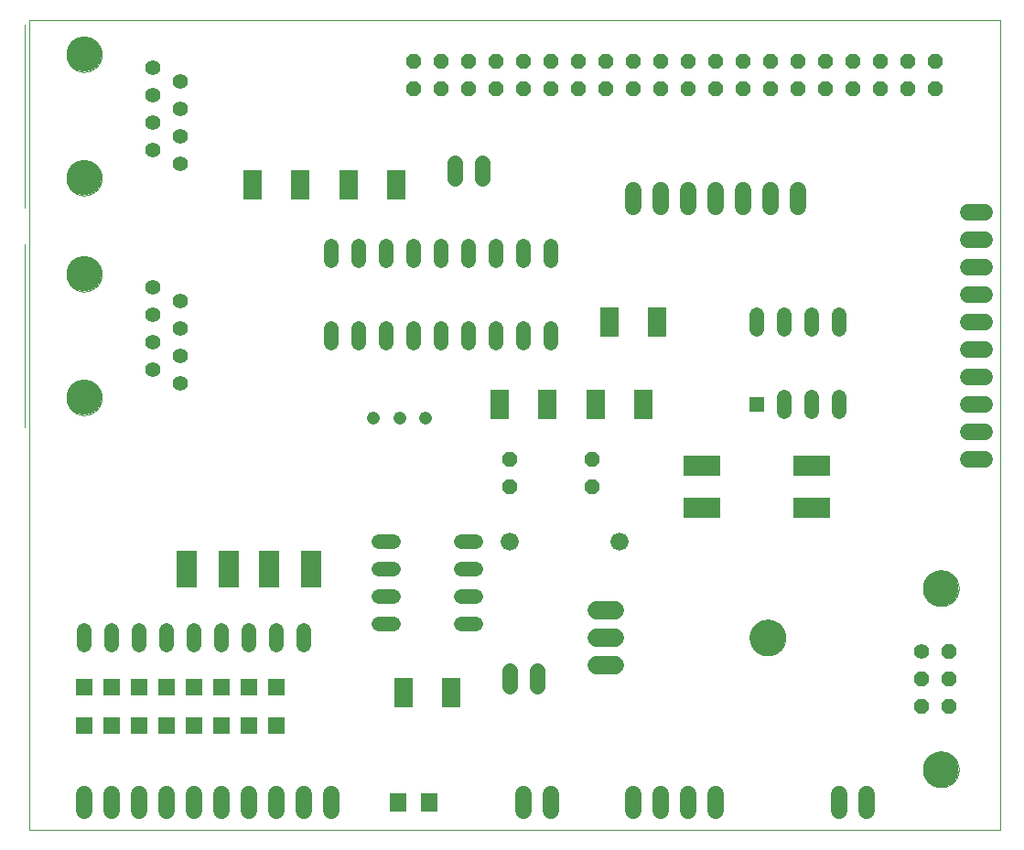
<source format=gts>
G75*
%MOIN*%
%OFA0B0*%
%FSLAX25Y25*%
%IPPOS*%
%LPD*%
%AMOC8*
5,1,8,0,0,1.08239X$1,22.5*
%
%ADD10C,0.00000*%
%ADD11R,0.07480X0.13386*%
%ADD12R,0.13386X0.07480*%
%ADD13C,0.00039*%
%ADD14C,0.05543*%
%ADD15C,0.12800*%
%ADD16C,0.05200*%
%ADD17C,0.05600*%
%ADD18R,0.07087X0.10630*%
%ADD19OC8,0.05600*%
%ADD20C,0.06600*%
%ADD21C,0.13000*%
%ADD22R,0.06299X0.07098*%
%ADD23C,0.04756*%
%ADD24R,0.05200X0.05200*%
%ADD25C,0.06000*%
%ADD26C,0.05600*%
%ADD27R,0.05906X0.05906*%
%ADD28C,0.06600*%
%ADD29OC8,0.05200*%
D10*
X0012038Y0001800D02*
X0365739Y0001800D01*
X0365739Y0296761D01*
X0365739Y0296800D02*
X0012038Y0296800D01*
X0012038Y0296761D02*
X0012038Y0001800D01*
X0025638Y0159300D02*
X0025640Y0159460D01*
X0025646Y0159619D01*
X0025656Y0159778D01*
X0025670Y0159937D01*
X0025688Y0160096D01*
X0025709Y0160254D01*
X0025735Y0160411D01*
X0025765Y0160568D01*
X0025798Y0160724D01*
X0025836Y0160879D01*
X0025877Y0161033D01*
X0025922Y0161186D01*
X0025971Y0161338D01*
X0026024Y0161489D01*
X0026080Y0161638D01*
X0026141Y0161786D01*
X0026204Y0161932D01*
X0026272Y0162077D01*
X0026343Y0162220D01*
X0026417Y0162361D01*
X0026495Y0162500D01*
X0026577Y0162637D01*
X0026662Y0162772D01*
X0026750Y0162905D01*
X0026842Y0163036D01*
X0026936Y0163164D01*
X0027034Y0163290D01*
X0027135Y0163414D01*
X0027239Y0163535D01*
X0027346Y0163653D01*
X0027456Y0163769D01*
X0027569Y0163882D01*
X0027685Y0163992D01*
X0027803Y0164099D01*
X0027924Y0164203D01*
X0028048Y0164304D01*
X0028174Y0164402D01*
X0028302Y0164496D01*
X0028433Y0164588D01*
X0028566Y0164676D01*
X0028701Y0164761D01*
X0028838Y0164843D01*
X0028977Y0164921D01*
X0029118Y0164995D01*
X0029261Y0165066D01*
X0029406Y0165134D01*
X0029552Y0165197D01*
X0029700Y0165258D01*
X0029849Y0165314D01*
X0030000Y0165367D01*
X0030152Y0165416D01*
X0030305Y0165461D01*
X0030459Y0165502D01*
X0030614Y0165540D01*
X0030770Y0165573D01*
X0030927Y0165603D01*
X0031084Y0165629D01*
X0031242Y0165650D01*
X0031401Y0165668D01*
X0031560Y0165682D01*
X0031719Y0165692D01*
X0031878Y0165698D01*
X0032038Y0165700D01*
X0032198Y0165698D01*
X0032357Y0165692D01*
X0032516Y0165682D01*
X0032675Y0165668D01*
X0032834Y0165650D01*
X0032992Y0165629D01*
X0033149Y0165603D01*
X0033306Y0165573D01*
X0033462Y0165540D01*
X0033617Y0165502D01*
X0033771Y0165461D01*
X0033924Y0165416D01*
X0034076Y0165367D01*
X0034227Y0165314D01*
X0034376Y0165258D01*
X0034524Y0165197D01*
X0034670Y0165134D01*
X0034815Y0165066D01*
X0034958Y0164995D01*
X0035099Y0164921D01*
X0035238Y0164843D01*
X0035375Y0164761D01*
X0035510Y0164676D01*
X0035643Y0164588D01*
X0035774Y0164496D01*
X0035902Y0164402D01*
X0036028Y0164304D01*
X0036152Y0164203D01*
X0036273Y0164099D01*
X0036391Y0163992D01*
X0036507Y0163882D01*
X0036620Y0163769D01*
X0036730Y0163653D01*
X0036837Y0163535D01*
X0036941Y0163414D01*
X0037042Y0163290D01*
X0037140Y0163164D01*
X0037234Y0163036D01*
X0037326Y0162905D01*
X0037414Y0162772D01*
X0037499Y0162637D01*
X0037581Y0162500D01*
X0037659Y0162361D01*
X0037733Y0162220D01*
X0037804Y0162077D01*
X0037872Y0161932D01*
X0037935Y0161786D01*
X0037996Y0161638D01*
X0038052Y0161489D01*
X0038105Y0161338D01*
X0038154Y0161186D01*
X0038199Y0161033D01*
X0038240Y0160879D01*
X0038278Y0160724D01*
X0038311Y0160568D01*
X0038341Y0160411D01*
X0038367Y0160254D01*
X0038388Y0160096D01*
X0038406Y0159937D01*
X0038420Y0159778D01*
X0038430Y0159619D01*
X0038436Y0159460D01*
X0038438Y0159300D01*
X0038436Y0159140D01*
X0038430Y0158981D01*
X0038420Y0158822D01*
X0038406Y0158663D01*
X0038388Y0158504D01*
X0038367Y0158346D01*
X0038341Y0158189D01*
X0038311Y0158032D01*
X0038278Y0157876D01*
X0038240Y0157721D01*
X0038199Y0157567D01*
X0038154Y0157414D01*
X0038105Y0157262D01*
X0038052Y0157111D01*
X0037996Y0156962D01*
X0037935Y0156814D01*
X0037872Y0156668D01*
X0037804Y0156523D01*
X0037733Y0156380D01*
X0037659Y0156239D01*
X0037581Y0156100D01*
X0037499Y0155963D01*
X0037414Y0155828D01*
X0037326Y0155695D01*
X0037234Y0155564D01*
X0037140Y0155436D01*
X0037042Y0155310D01*
X0036941Y0155186D01*
X0036837Y0155065D01*
X0036730Y0154947D01*
X0036620Y0154831D01*
X0036507Y0154718D01*
X0036391Y0154608D01*
X0036273Y0154501D01*
X0036152Y0154397D01*
X0036028Y0154296D01*
X0035902Y0154198D01*
X0035774Y0154104D01*
X0035643Y0154012D01*
X0035510Y0153924D01*
X0035375Y0153839D01*
X0035238Y0153757D01*
X0035099Y0153679D01*
X0034958Y0153605D01*
X0034815Y0153534D01*
X0034670Y0153466D01*
X0034524Y0153403D01*
X0034376Y0153342D01*
X0034227Y0153286D01*
X0034076Y0153233D01*
X0033924Y0153184D01*
X0033771Y0153139D01*
X0033617Y0153098D01*
X0033462Y0153060D01*
X0033306Y0153027D01*
X0033149Y0152997D01*
X0032992Y0152971D01*
X0032834Y0152950D01*
X0032675Y0152932D01*
X0032516Y0152918D01*
X0032357Y0152908D01*
X0032198Y0152902D01*
X0032038Y0152900D01*
X0031878Y0152902D01*
X0031719Y0152908D01*
X0031560Y0152918D01*
X0031401Y0152932D01*
X0031242Y0152950D01*
X0031084Y0152971D01*
X0030927Y0152997D01*
X0030770Y0153027D01*
X0030614Y0153060D01*
X0030459Y0153098D01*
X0030305Y0153139D01*
X0030152Y0153184D01*
X0030000Y0153233D01*
X0029849Y0153286D01*
X0029700Y0153342D01*
X0029552Y0153403D01*
X0029406Y0153466D01*
X0029261Y0153534D01*
X0029118Y0153605D01*
X0028977Y0153679D01*
X0028838Y0153757D01*
X0028701Y0153839D01*
X0028566Y0153924D01*
X0028433Y0154012D01*
X0028302Y0154104D01*
X0028174Y0154198D01*
X0028048Y0154296D01*
X0027924Y0154397D01*
X0027803Y0154501D01*
X0027685Y0154608D01*
X0027569Y0154718D01*
X0027456Y0154831D01*
X0027346Y0154947D01*
X0027239Y0155065D01*
X0027135Y0155186D01*
X0027034Y0155310D01*
X0026936Y0155436D01*
X0026842Y0155564D01*
X0026750Y0155695D01*
X0026662Y0155828D01*
X0026577Y0155963D01*
X0026495Y0156100D01*
X0026417Y0156239D01*
X0026343Y0156380D01*
X0026272Y0156523D01*
X0026204Y0156668D01*
X0026141Y0156814D01*
X0026080Y0156962D01*
X0026024Y0157111D01*
X0025971Y0157262D01*
X0025922Y0157414D01*
X0025877Y0157567D01*
X0025836Y0157721D01*
X0025798Y0157876D01*
X0025765Y0158032D01*
X0025735Y0158189D01*
X0025709Y0158346D01*
X0025688Y0158504D01*
X0025670Y0158663D01*
X0025656Y0158822D01*
X0025646Y0158981D01*
X0025640Y0159140D01*
X0025638Y0159300D01*
X0025638Y0204300D02*
X0025640Y0204460D01*
X0025646Y0204619D01*
X0025656Y0204778D01*
X0025670Y0204937D01*
X0025688Y0205096D01*
X0025709Y0205254D01*
X0025735Y0205411D01*
X0025765Y0205568D01*
X0025798Y0205724D01*
X0025836Y0205879D01*
X0025877Y0206033D01*
X0025922Y0206186D01*
X0025971Y0206338D01*
X0026024Y0206489D01*
X0026080Y0206638D01*
X0026141Y0206786D01*
X0026204Y0206932D01*
X0026272Y0207077D01*
X0026343Y0207220D01*
X0026417Y0207361D01*
X0026495Y0207500D01*
X0026577Y0207637D01*
X0026662Y0207772D01*
X0026750Y0207905D01*
X0026842Y0208036D01*
X0026936Y0208164D01*
X0027034Y0208290D01*
X0027135Y0208414D01*
X0027239Y0208535D01*
X0027346Y0208653D01*
X0027456Y0208769D01*
X0027569Y0208882D01*
X0027685Y0208992D01*
X0027803Y0209099D01*
X0027924Y0209203D01*
X0028048Y0209304D01*
X0028174Y0209402D01*
X0028302Y0209496D01*
X0028433Y0209588D01*
X0028566Y0209676D01*
X0028701Y0209761D01*
X0028838Y0209843D01*
X0028977Y0209921D01*
X0029118Y0209995D01*
X0029261Y0210066D01*
X0029406Y0210134D01*
X0029552Y0210197D01*
X0029700Y0210258D01*
X0029849Y0210314D01*
X0030000Y0210367D01*
X0030152Y0210416D01*
X0030305Y0210461D01*
X0030459Y0210502D01*
X0030614Y0210540D01*
X0030770Y0210573D01*
X0030927Y0210603D01*
X0031084Y0210629D01*
X0031242Y0210650D01*
X0031401Y0210668D01*
X0031560Y0210682D01*
X0031719Y0210692D01*
X0031878Y0210698D01*
X0032038Y0210700D01*
X0032198Y0210698D01*
X0032357Y0210692D01*
X0032516Y0210682D01*
X0032675Y0210668D01*
X0032834Y0210650D01*
X0032992Y0210629D01*
X0033149Y0210603D01*
X0033306Y0210573D01*
X0033462Y0210540D01*
X0033617Y0210502D01*
X0033771Y0210461D01*
X0033924Y0210416D01*
X0034076Y0210367D01*
X0034227Y0210314D01*
X0034376Y0210258D01*
X0034524Y0210197D01*
X0034670Y0210134D01*
X0034815Y0210066D01*
X0034958Y0209995D01*
X0035099Y0209921D01*
X0035238Y0209843D01*
X0035375Y0209761D01*
X0035510Y0209676D01*
X0035643Y0209588D01*
X0035774Y0209496D01*
X0035902Y0209402D01*
X0036028Y0209304D01*
X0036152Y0209203D01*
X0036273Y0209099D01*
X0036391Y0208992D01*
X0036507Y0208882D01*
X0036620Y0208769D01*
X0036730Y0208653D01*
X0036837Y0208535D01*
X0036941Y0208414D01*
X0037042Y0208290D01*
X0037140Y0208164D01*
X0037234Y0208036D01*
X0037326Y0207905D01*
X0037414Y0207772D01*
X0037499Y0207637D01*
X0037581Y0207500D01*
X0037659Y0207361D01*
X0037733Y0207220D01*
X0037804Y0207077D01*
X0037872Y0206932D01*
X0037935Y0206786D01*
X0037996Y0206638D01*
X0038052Y0206489D01*
X0038105Y0206338D01*
X0038154Y0206186D01*
X0038199Y0206033D01*
X0038240Y0205879D01*
X0038278Y0205724D01*
X0038311Y0205568D01*
X0038341Y0205411D01*
X0038367Y0205254D01*
X0038388Y0205096D01*
X0038406Y0204937D01*
X0038420Y0204778D01*
X0038430Y0204619D01*
X0038436Y0204460D01*
X0038438Y0204300D01*
X0038436Y0204140D01*
X0038430Y0203981D01*
X0038420Y0203822D01*
X0038406Y0203663D01*
X0038388Y0203504D01*
X0038367Y0203346D01*
X0038341Y0203189D01*
X0038311Y0203032D01*
X0038278Y0202876D01*
X0038240Y0202721D01*
X0038199Y0202567D01*
X0038154Y0202414D01*
X0038105Y0202262D01*
X0038052Y0202111D01*
X0037996Y0201962D01*
X0037935Y0201814D01*
X0037872Y0201668D01*
X0037804Y0201523D01*
X0037733Y0201380D01*
X0037659Y0201239D01*
X0037581Y0201100D01*
X0037499Y0200963D01*
X0037414Y0200828D01*
X0037326Y0200695D01*
X0037234Y0200564D01*
X0037140Y0200436D01*
X0037042Y0200310D01*
X0036941Y0200186D01*
X0036837Y0200065D01*
X0036730Y0199947D01*
X0036620Y0199831D01*
X0036507Y0199718D01*
X0036391Y0199608D01*
X0036273Y0199501D01*
X0036152Y0199397D01*
X0036028Y0199296D01*
X0035902Y0199198D01*
X0035774Y0199104D01*
X0035643Y0199012D01*
X0035510Y0198924D01*
X0035375Y0198839D01*
X0035238Y0198757D01*
X0035099Y0198679D01*
X0034958Y0198605D01*
X0034815Y0198534D01*
X0034670Y0198466D01*
X0034524Y0198403D01*
X0034376Y0198342D01*
X0034227Y0198286D01*
X0034076Y0198233D01*
X0033924Y0198184D01*
X0033771Y0198139D01*
X0033617Y0198098D01*
X0033462Y0198060D01*
X0033306Y0198027D01*
X0033149Y0197997D01*
X0032992Y0197971D01*
X0032834Y0197950D01*
X0032675Y0197932D01*
X0032516Y0197918D01*
X0032357Y0197908D01*
X0032198Y0197902D01*
X0032038Y0197900D01*
X0031878Y0197902D01*
X0031719Y0197908D01*
X0031560Y0197918D01*
X0031401Y0197932D01*
X0031242Y0197950D01*
X0031084Y0197971D01*
X0030927Y0197997D01*
X0030770Y0198027D01*
X0030614Y0198060D01*
X0030459Y0198098D01*
X0030305Y0198139D01*
X0030152Y0198184D01*
X0030000Y0198233D01*
X0029849Y0198286D01*
X0029700Y0198342D01*
X0029552Y0198403D01*
X0029406Y0198466D01*
X0029261Y0198534D01*
X0029118Y0198605D01*
X0028977Y0198679D01*
X0028838Y0198757D01*
X0028701Y0198839D01*
X0028566Y0198924D01*
X0028433Y0199012D01*
X0028302Y0199104D01*
X0028174Y0199198D01*
X0028048Y0199296D01*
X0027924Y0199397D01*
X0027803Y0199501D01*
X0027685Y0199608D01*
X0027569Y0199718D01*
X0027456Y0199831D01*
X0027346Y0199947D01*
X0027239Y0200065D01*
X0027135Y0200186D01*
X0027034Y0200310D01*
X0026936Y0200436D01*
X0026842Y0200564D01*
X0026750Y0200695D01*
X0026662Y0200828D01*
X0026577Y0200963D01*
X0026495Y0201100D01*
X0026417Y0201239D01*
X0026343Y0201380D01*
X0026272Y0201523D01*
X0026204Y0201668D01*
X0026141Y0201814D01*
X0026080Y0201962D01*
X0026024Y0202111D01*
X0025971Y0202262D01*
X0025922Y0202414D01*
X0025877Y0202567D01*
X0025836Y0202721D01*
X0025798Y0202876D01*
X0025765Y0203032D01*
X0025735Y0203189D01*
X0025709Y0203346D01*
X0025688Y0203504D01*
X0025670Y0203663D01*
X0025656Y0203822D01*
X0025646Y0203981D01*
X0025640Y0204140D01*
X0025638Y0204300D01*
X0025638Y0239300D02*
X0025640Y0239460D01*
X0025646Y0239619D01*
X0025656Y0239778D01*
X0025670Y0239937D01*
X0025688Y0240096D01*
X0025709Y0240254D01*
X0025735Y0240411D01*
X0025765Y0240568D01*
X0025798Y0240724D01*
X0025836Y0240879D01*
X0025877Y0241033D01*
X0025922Y0241186D01*
X0025971Y0241338D01*
X0026024Y0241489D01*
X0026080Y0241638D01*
X0026141Y0241786D01*
X0026204Y0241932D01*
X0026272Y0242077D01*
X0026343Y0242220D01*
X0026417Y0242361D01*
X0026495Y0242500D01*
X0026577Y0242637D01*
X0026662Y0242772D01*
X0026750Y0242905D01*
X0026842Y0243036D01*
X0026936Y0243164D01*
X0027034Y0243290D01*
X0027135Y0243414D01*
X0027239Y0243535D01*
X0027346Y0243653D01*
X0027456Y0243769D01*
X0027569Y0243882D01*
X0027685Y0243992D01*
X0027803Y0244099D01*
X0027924Y0244203D01*
X0028048Y0244304D01*
X0028174Y0244402D01*
X0028302Y0244496D01*
X0028433Y0244588D01*
X0028566Y0244676D01*
X0028701Y0244761D01*
X0028838Y0244843D01*
X0028977Y0244921D01*
X0029118Y0244995D01*
X0029261Y0245066D01*
X0029406Y0245134D01*
X0029552Y0245197D01*
X0029700Y0245258D01*
X0029849Y0245314D01*
X0030000Y0245367D01*
X0030152Y0245416D01*
X0030305Y0245461D01*
X0030459Y0245502D01*
X0030614Y0245540D01*
X0030770Y0245573D01*
X0030927Y0245603D01*
X0031084Y0245629D01*
X0031242Y0245650D01*
X0031401Y0245668D01*
X0031560Y0245682D01*
X0031719Y0245692D01*
X0031878Y0245698D01*
X0032038Y0245700D01*
X0032198Y0245698D01*
X0032357Y0245692D01*
X0032516Y0245682D01*
X0032675Y0245668D01*
X0032834Y0245650D01*
X0032992Y0245629D01*
X0033149Y0245603D01*
X0033306Y0245573D01*
X0033462Y0245540D01*
X0033617Y0245502D01*
X0033771Y0245461D01*
X0033924Y0245416D01*
X0034076Y0245367D01*
X0034227Y0245314D01*
X0034376Y0245258D01*
X0034524Y0245197D01*
X0034670Y0245134D01*
X0034815Y0245066D01*
X0034958Y0244995D01*
X0035099Y0244921D01*
X0035238Y0244843D01*
X0035375Y0244761D01*
X0035510Y0244676D01*
X0035643Y0244588D01*
X0035774Y0244496D01*
X0035902Y0244402D01*
X0036028Y0244304D01*
X0036152Y0244203D01*
X0036273Y0244099D01*
X0036391Y0243992D01*
X0036507Y0243882D01*
X0036620Y0243769D01*
X0036730Y0243653D01*
X0036837Y0243535D01*
X0036941Y0243414D01*
X0037042Y0243290D01*
X0037140Y0243164D01*
X0037234Y0243036D01*
X0037326Y0242905D01*
X0037414Y0242772D01*
X0037499Y0242637D01*
X0037581Y0242500D01*
X0037659Y0242361D01*
X0037733Y0242220D01*
X0037804Y0242077D01*
X0037872Y0241932D01*
X0037935Y0241786D01*
X0037996Y0241638D01*
X0038052Y0241489D01*
X0038105Y0241338D01*
X0038154Y0241186D01*
X0038199Y0241033D01*
X0038240Y0240879D01*
X0038278Y0240724D01*
X0038311Y0240568D01*
X0038341Y0240411D01*
X0038367Y0240254D01*
X0038388Y0240096D01*
X0038406Y0239937D01*
X0038420Y0239778D01*
X0038430Y0239619D01*
X0038436Y0239460D01*
X0038438Y0239300D01*
X0038436Y0239140D01*
X0038430Y0238981D01*
X0038420Y0238822D01*
X0038406Y0238663D01*
X0038388Y0238504D01*
X0038367Y0238346D01*
X0038341Y0238189D01*
X0038311Y0238032D01*
X0038278Y0237876D01*
X0038240Y0237721D01*
X0038199Y0237567D01*
X0038154Y0237414D01*
X0038105Y0237262D01*
X0038052Y0237111D01*
X0037996Y0236962D01*
X0037935Y0236814D01*
X0037872Y0236668D01*
X0037804Y0236523D01*
X0037733Y0236380D01*
X0037659Y0236239D01*
X0037581Y0236100D01*
X0037499Y0235963D01*
X0037414Y0235828D01*
X0037326Y0235695D01*
X0037234Y0235564D01*
X0037140Y0235436D01*
X0037042Y0235310D01*
X0036941Y0235186D01*
X0036837Y0235065D01*
X0036730Y0234947D01*
X0036620Y0234831D01*
X0036507Y0234718D01*
X0036391Y0234608D01*
X0036273Y0234501D01*
X0036152Y0234397D01*
X0036028Y0234296D01*
X0035902Y0234198D01*
X0035774Y0234104D01*
X0035643Y0234012D01*
X0035510Y0233924D01*
X0035375Y0233839D01*
X0035238Y0233757D01*
X0035099Y0233679D01*
X0034958Y0233605D01*
X0034815Y0233534D01*
X0034670Y0233466D01*
X0034524Y0233403D01*
X0034376Y0233342D01*
X0034227Y0233286D01*
X0034076Y0233233D01*
X0033924Y0233184D01*
X0033771Y0233139D01*
X0033617Y0233098D01*
X0033462Y0233060D01*
X0033306Y0233027D01*
X0033149Y0232997D01*
X0032992Y0232971D01*
X0032834Y0232950D01*
X0032675Y0232932D01*
X0032516Y0232918D01*
X0032357Y0232908D01*
X0032198Y0232902D01*
X0032038Y0232900D01*
X0031878Y0232902D01*
X0031719Y0232908D01*
X0031560Y0232918D01*
X0031401Y0232932D01*
X0031242Y0232950D01*
X0031084Y0232971D01*
X0030927Y0232997D01*
X0030770Y0233027D01*
X0030614Y0233060D01*
X0030459Y0233098D01*
X0030305Y0233139D01*
X0030152Y0233184D01*
X0030000Y0233233D01*
X0029849Y0233286D01*
X0029700Y0233342D01*
X0029552Y0233403D01*
X0029406Y0233466D01*
X0029261Y0233534D01*
X0029118Y0233605D01*
X0028977Y0233679D01*
X0028838Y0233757D01*
X0028701Y0233839D01*
X0028566Y0233924D01*
X0028433Y0234012D01*
X0028302Y0234104D01*
X0028174Y0234198D01*
X0028048Y0234296D01*
X0027924Y0234397D01*
X0027803Y0234501D01*
X0027685Y0234608D01*
X0027569Y0234718D01*
X0027456Y0234831D01*
X0027346Y0234947D01*
X0027239Y0235065D01*
X0027135Y0235186D01*
X0027034Y0235310D01*
X0026936Y0235436D01*
X0026842Y0235564D01*
X0026750Y0235695D01*
X0026662Y0235828D01*
X0026577Y0235963D01*
X0026495Y0236100D01*
X0026417Y0236239D01*
X0026343Y0236380D01*
X0026272Y0236523D01*
X0026204Y0236668D01*
X0026141Y0236814D01*
X0026080Y0236962D01*
X0026024Y0237111D01*
X0025971Y0237262D01*
X0025922Y0237414D01*
X0025877Y0237567D01*
X0025836Y0237721D01*
X0025798Y0237876D01*
X0025765Y0238032D01*
X0025735Y0238189D01*
X0025709Y0238346D01*
X0025688Y0238504D01*
X0025670Y0238663D01*
X0025656Y0238822D01*
X0025646Y0238981D01*
X0025640Y0239140D01*
X0025638Y0239300D01*
X0025638Y0284300D02*
X0025640Y0284460D01*
X0025646Y0284619D01*
X0025656Y0284778D01*
X0025670Y0284937D01*
X0025688Y0285096D01*
X0025709Y0285254D01*
X0025735Y0285411D01*
X0025765Y0285568D01*
X0025798Y0285724D01*
X0025836Y0285879D01*
X0025877Y0286033D01*
X0025922Y0286186D01*
X0025971Y0286338D01*
X0026024Y0286489D01*
X0026080Y0286638D01*
X0026141Y0286786D01*
X0026204Y0286932D01*
X0026272Y0287077D01*
X0026343Y0287220D01*
X0026417Y0287361D01*
X0026495Y0287500D01*
X0026577Y0287637D01*
X0026662Y0287772D01*
X0026750Y0287905D01*
X0026842Y0288036D01*
X0026936Y0288164D01*
X0027034Y0288290D01*
X0027135Y0288414D01*
X0027239Y0288535D01*
X0027346Y0288653D01*
X0027456Y0288769D01*
X0027569Y0288882D01*
X0027685Y0288992D01*
X0027803Y0289099D01*
X0027924Y0289203D01*
X0028048Y0289304D01*
X0028174Y0289402D01*
X0028302Y0289496D01*
X0028433Y0289588D01*
X0028566Y0289676D01*
X0028701Y0289761D01*
X0028838Y0289843D01*
X0028977Y0289921D01*
X0029118Y0289995D01*
X0029261Y0290066D01*
X0029406Y0290134D01*
X0029552Y0290197D01*
X0029700Y0290258D01*
X0029849Y0290314D01*
X0030000Y0290367D01*
X0030152Y0290416D01*
X0030305Y0290461D01*
X0030459Y0290502D01*
X0030614Y0290540D01*
X0030770Y0290573D01*
X0030927Y0290603D01*
X0031084Y0290629D01*
X0031242Y0290650D01*
X0031401Y0290668D01*
X0031560Y0290682D01*
X0031719Y0290692D01*
X0031878Y0290698D01*
X0032038Y0290700D01*
X0032198Y0290698D01*
X0032357Y0290692D01*
X0032516Y0290682D01*
X0032675Y0290668D01*
X0032834Y0290650D01*
X0032992Y0290629D01*
X0033149Y0290603D01*
X0033306Y0290573D01*
X0033462Y0290540D01*
X0033617Y0290502D01*
X0033771Y0290461D01*
X0033924Y0290416D01*
X0034076Y0290367D01*
X0034227Y0290314D01*
X0034376Y0290258D01*
X0034524Y0290197D01*
X0034670Y0290134D01*
X0034815Y0290066D01*
X0034958Y0289995D01*
X0035099Y0289921D01*
X0035238Y0289843D01*
X0035375Y0289761D01*
X0035510Y0289676D01*
X0035643Y0289588D01*
X0035774Y0289496D01*
X0035902Y0289402D01*
X0036028Y0289304D01*
X0036152Y0289203D01*
X0036273Y0289099D01*
X0036391Y0288992D01*
X0036507Y0288882D01*
X0036620Y0288769D01*
X0036730Y0288653D01*
X0036837Y0288535D01*
X0036941Y0288414D01*
X0037042Y0288290D01*
X0037140Y0288164D01*
X0037234Y0288036D01*
X0037326Y0287905D01*
X0037414Y0287772D01*
X0037499Y0287637D01*
X0037581Y0287500D01*
X0037659Y0287361D01*
X0037733Y0287220D01*
X0037804Y0287077D01*
X0037872Y0286932D01*
X0037935Y0286786D01*
X0037996Y0286638D01*
X0038052Y0286489D01*
X0038105Y0286338D01*
X0038154Y0286186D01*
X0038199Y0286033D01*
X0038240Y0285879D01*
X0038278Y0285724D01*
X0038311Y0285568D01*
X0038341Y0285411D01*
X0038367Y0285254D01*
X0038388Y0285096D01*
X0038406Y0284937D01*
X0038420Y0284778D01*
X0038430Y0284619D01*
X0038436Y0284460D01*
X0038438Y0284300D01*
X0038436Y0284140D01*
X0038430Y0283981D01*
X0038420Y0283822D01*
X0038406Y0283663D01*
X0038388Y0283504D01*
X0038367Y0283346D01*
X0038341Y0283189D01*
X0038311Y0283032D01*
X0038278Y0282876D01*
X0038240Y0282721D01*
X0038199Y0282567D01*
X0038154Y0282414D01*
X0038105Y0282262D01*
X0038052Y0282111D01*
X0037996Y0281962D01*
X0037935Y0281814D01*
X0037872Y0281668D01*
X0037804Y0281523D01*
X0037733Y0281380D01*
X0037659Y0281239D01*
X0037581Y0281100D01*
X0037499Y0280963D01*
X0037414Y0280828D01*
X0037326Y0280695D01*
X0037234Y0280564D01*
X0037140Y0280436D01*
X0037042Y0280310D01*
X0036941Y0280186D01*
X0036837Y0280065D01*
X0036730Y0279947D01*
X0036620Y0279831D01*
X0036507Y0279718D01*
X0036391Y0279608D01*
X0036273Y0279501D01*
X0036152Y0279397D01*
X0036028Y0279296D01*
X0035902Y0279198D01*
X0035774Y0279104D01*
X0035643Y0279012D01*
X0035510Y0278924D01*
X0035375Y0278839D01*
X0035238Y0278757D01*
X0035099Y0278679D01*
X0034958Y0278605D01*
X0034815Y0278534D01*
X0034670Y0278466D01*
X0034524Y0278403D01*
X0034376Y0278342D01*
X0034227Y0278286D01*
X0034076Y0278233D01*
X0033924Y0278184D01*
X0033771Y0278139D01*
X0033617Y0278098D01*
X0033462Y0278060D01*
X0033306Y0278027D01*
X0033149Y0277997D01*
X0032992Y0277971D01*
X0032834Y0277950D01*
X0032675Y0277932D01*
X0032516Y0277918D01*
X0032357Y0277908D01*
X0032198Y0277902D01*
X0032038Y0277900D01*
X0031878Y0277902D01*
X0031719Y0277908D01*
X0031560Y0277918D01*
X0031401Y0277932D01*
X0031242Y0277950D01*
X0031084Y0277971D01*
X0030927Y0277997D01*
X0030770Y0278027D01*
X0030614Y0278060D01*
X0030459Y0278098D01*
X0030305Y0278139D01*
X0030152Y0278184D01*
X0030000Y0278233D01*
X0029849Y0278286D01*
X0029700Y0278342D01*
X0029552Y0278403D01*
X0029406Y0278466D01*
X0029261Y0278534D01*
X0029118Y0278605D01*
X0028977Y0278679D01*
X0028838Y0278757D01*
X0028701Y0278839D01*
X0028566Y0278924D01*
X0028433Y0279012D01*
X0028302Y0279104D01*
X0028174Y0279198D01*
X0028048Y0279296D01*
X0027924Y0279397D01*
X0027803Y0279501D01*
X0027685Y0279608D01*
X0027569Y0279718D01*
X0027456Y0279831D01*
X0027346Y0279947D01*
X0027239Y0280065D01*
X0027135Y0280186D01*
X0027034Y0280310D01*
X0026936Y0280436D01*
X0026842Y0280564D01*
X0026750Y0280695D01*
X0026662Y0280828D01*
X0026577Y0280963D01*
X0026495Y0281100D01*
X0026417Y0281239D01*
X0026343Y0281380D01*
X0026272Y0281523D01*
X0026204Y0281668D01*
X0026141Y0281814D01*
X0026080Y0281962D01*
X0026024Y0282111D01*
X0025971Y0282262D01*
X0025922Y0282414D01*
X0025877Y0282567D01*
X0025836Y0282721D01*
X0025798Y0282876D01*
X0025765Y0283032D01*
X0025735Y0283189D01*
X0025709Y0283346D01*
X0025688Y0283504D01*
X0025670Y0283663D01*
X0025656Y0283822D01*
X0025646Y0283981D01*
X0025640Y0284140D01*
X0025638Y0284300D01*
X0274538Y0071800D02*
X0274540Y0071961D01*
X0274546Y0072121D01*
X0274556Y0072282D01*
X0274570Y0072442D01*
X0274588Y0072602D01*
X0274609Y0072761D01*
X0274635Y0072920D01*
X0274665Y0073078D01*
X0274698Y0073235D01*
X0274736Y0073392D01*
X0274777Y0073547D01*
X0274822Y0073701D01*
X0274871Y0073854D01*
X0274924Y0074006D01*
X0274980Y0074157D01*
X0275041Y0074306D01*
X0275104Y0074454D01*
X0275172Y0074600D01*
X0275243Y0074744D01*
X0275317Y0074886D01*
X0275395Y0075027D01*
X0275477Y0075165D01*
X0275562Y0075302D01*
X0275650Y0075436D01*
X0275742Y0075568D01*
X0275837Y0075698D01*
X0275935Y0075826D01*
X0276036Y0075951D01*
X0276140Y0076073D01*
X0276247Y0076193D01*
X0276357Y0076310D01*
X0276470Y0076425D01*
X0276586Y0076536D01*
X0276705Y0076645D01*
X0276826Y0076750D01*
X0276950Y0076853D01*
X0277076Y0076953D01*
X0277204Y0077049D01*
X0277335Y0077142D01*
X0277469Y0077232D01*
X0277604Y0077319D01*
X0277742Y0077402D01*
X0277881Y0077482D01*
X0278023Y0077558D01*
X0278166Y0077631D01*
X0278311Y0077700D01*
X0278458Y0077766D01*
X0278606Y0077828D01*
X0278756Y0077886D01*
X0278907Y0077941D01*
X0279060Y0077992D01*
X0279214Y0078039D01*
X0279369Y0078082D01*
X0279525Y0078121D01*
X0279681Y0078157D01*
X0279839Y0078188D01*
X0279997Y0078216D01*
X0280156Y0078240D01*
X0280316Y0078260D01*
X0280476Y0078276D01*
X0280636Y0078288D01*
X0280797Y0078296D01*
X0280958Y0078300D01*
X0281118Y0078300D01*
X0281279Y0078296D01*
X0281440Y0078288D01*
X0281600Y0078276D01*
X0281760Y0078260D01*
X0281920Y0078240D01*
X0282079Y0078216D01*
X0282237Y0078188D01*
X0282395Y0078157D01*
X0282551Y0078121D01*
X0282707Y0078082D01*
X0282862Y0078039D01*
X0283016Y0077992D01*
X0283169Y0077941D01*
X0283320Y0077886D01*
X0283470Y0077828D01*
X0283618Y0077766D01*
X0283765Y0077700D01*
X0283910Y0077631D01*
X0284053Y0077558D01*
X0284195Y0077482D01*
X0284334Y0077402D01*
X0284472Y0077319D01*
X0284607Y0077232D01*
X0284741Y0077142D01*
X0284872Y0077049D01*
X0285000Y0076953D01*
X0285126Y0076853D01*
X0285250Y0076750D01*
X0285371Y0076645D01*
X0285490Y0076536D01*
X0285606Y0076425D01*
X0285719Y0076310D01*
X0285829Y0076193D01*
X0285936Y0076073D01*
X0286040Y0075951D01*
X0286141Y0075826D01*
X0286239Y0075698D01*
X0286334Y0075568D01*
X0286426Y0075436D01*
X0286514Y0075302D01*
X0286599Y0075165D01*
X0286681Y0075027D01*
X0286759Y0074886D01*
X0286833Y0074744D01*
X0286904Y0074600D01*
X0286972Y0074454D01*
X0287035Y0074306D01*
X0287096Y0074157D01*
X0287152Y0074006D01*
X0287205Y0073854D01*
X0287254Y0073701D01*
X0287299Y0073547D01*
X0287340Y0073392D01*
X0287378Y0073235D01*
X0287411Y0073078D01*
X0287441Y0072920D01*
X0287467Y0072761D01*
X0287488Y0072602D01*
X0287506Y0072442D01*
X0287520Y0072282D01*
X0287530Y0072121D01*
X0287536Y0071961D01*
X0287538Y0071800D01*
X0287536Y0071639D01*
X0287530Y0071479D01*
X0287520Y0071318D01*
X0287506Y0071158D01*
X0287488Y0070998D01*
X0287467Y0070839D01*
X0287441Y0070680D01*
X0287411Y0070522D01*
X0287378Y0070365D01*
X0287340Y0070208D01*
X0287299Y0070053D01*
X0287254Y0069899D01*
X0287205Y0069746D01*
X0287152Y0069594D01*
X0287096Y0069443D01*
X0287035Y0069294D01*
X0286972Y0069146D01*
X0286904Y0069000D01*
X0286833Y0068856D01*
X0286759Y0068714D01*
X0286681Y0068573D01*
X0286599Y0068435D01*
X0286514Y0068298D01*
X0286426Y0068164D01*
X0286334Y0068032D01*
X0286239Y0067902D01*
X0286141Y0067774D01*
X0286040Y0067649D01*
X0285936Y0067527D01*
X0285829Y0067407D01*
X0285719Y0067290D01*
X0285606Y0067175D01*
X0285490Y0067064D01*
X0285371Y0066955D01*
X0285250Y0066850D01*
X0285126Y0066747D01*
X0285000Y0066647D01*
X0284872Y0066551D01*
X0284741Y0066458D01*
X0284607Y0066368D01*
X0284472Y0066281D01*
X0284334Y0066198D01*
X0284195Y0066118D01*
X0284053Y0066042D01*
X0283910Y0065969D01*
X0283765Y0065900D01*
X0283618Y0065834D01*
X0283470Y0065772D01*
X0283320Y0065714D01*
X0283169Y0065659D01*
X0283016Y0065608D01*
X0282862Y0065561D01*
X0282707Y0065518D01*
X0282551Y0065479D01*
X0282395Y0065443D01*
X0282237Y0065412D01*
X0282079Y0065384D01*
X0281920Y0065360D01*
X0281760Y0065340D01*
X0281600Y0065324D01*
X0281440Y0065312D01*
X0281279Y0065304D01*
X0281118Y0065300D01*
X0280958Y0065300D01*
X0280797Y0065304D01*
X0280636Y0065312D01*
X0280476Y0065324D01*
X0280316Y0065340D01*
X0280156Y0065360D01*
X0279997Y0065384D01*
X0279839Y0065412D01*
X0279681Y0065443D01*
X0279525Y0065479D01*
X0279369Y0065518D01*
X0279214Y0065561D01*
X0279060Y0065608D01*
X0278907Y0065659D01*
X0278756Y0065714D01*
X0278606Y0065772D01*
X0278458Y0065834D01*
X0278311Y0065900D01*
X0278166Y0065969D01*
X0278023Y0066042D01*
X0277881Y0066118D01*
X0277742Y0066198D01*
X0277604Y0066281D01*
X0277469Y0066368D01*
X0277335Y0066458D01*
X0277204Y0066551D01*
X0277076Y0066647D01*
X0276950Y0066747D01*
X0276826Y0066850D01*
X0276705Y0066955D01*
X0276586Y0067064D01*
X0276470Y0067175D01*
X0276357Y0067290D01*
X0276247Y0067407D01*
X0276140Y0067527D01*
X0276036Y0067649D01*
X0275935Y0067774D01*
X0275837Y0067902D01*
X0275742Y0068032D01*
X0275650Y0068164D01*
X0275562Y0068298D01*
X0275477Y0068435D01*
X0275395Y0068573D01*
X0275317Y0068714D01*
X0275243Y0068856D01*
X0275172Y0069000D01*
X0275104Y0069146D01*
X0275041Y0069294D01*
X0274980Y0069443D01*
X0274924Y0069594D01*
X0274871Y0069746D01*
X0274822Y0069899D01*
X0274777Y0070053D01*
X0274736Y0070208D01*
X0274698Y0070365D01*
X0274665Y0070522D01*
X0274635Y0070680D01*
X0274609Y0070839D01*
X0274588Y0070998D01*
X0274570Y0071158D01*
X0274556Y0071318D01*
X0274546Y0071479D01*
X0274540Y0071639D01*
X0274538Y0071800D01*
X0337638Y0089800D02*
X0337640Y0089961D01*
X0337646Y0090121D01*
X0337656Y0090282D01*
X0337670Y0090442D01*
X0337688Y0090602D01*
X0337709Y0090761D01*
X0337735Y0090920D01*
X0337765Y0091078D01*
X0337798Y0091235D01*
X0337836Y0091392D01*
X0337877Y0091547D01*
X0337922Y0091701D01*
X0337971Y0091854D01*
X0338024Y0092006D01*
X0338080Y0092157D01*
X0338141Y0092306D01*
X0338204Y0092454D01*
X0338272Y0092600D01*
X0338343Y0092744D01*
X0338417Y0092886D01*
X0338495Y0093027D01*
X0338577Y0093165D01*
X0338662Y0093302D01*
X0338750Y0093436D01*
X0338842Y0093568D01*
X0338937Y0093698D01*
X0339035Y0093826D01*
X0339136Y0093951D01*
X0339240Y0094073D01*
X0339347Y0094193D01*
X0339457Y0094310D01*
X0339570Y0094425D01*
X0339686Y0094536D01*
X0339805Y0094645D01*
X0339926Y0094750D01*
X0340050Y0094853D01*
X0340176Y0094953D01*
X0340304Y0095049D01*
X0340435Y0095142D01*
X0340569Y0095232D01*
X0340704Y0095319D01*
X0340842Y0095402D01*
X0340981Y0095482D01*
X0341123Y0095558D01*
X0341266Y0095631D01*
X0341411Y0095700D01*
X0341558Y0095766D01*
X0341706Y0095828D01*
X0341856Y0095886D01*
X0342007Y0095941D01*
X0342160Y0095992D01*
X0342314Y0096039D01*
X0342469Y0096082D01*
X0342625Y0096121D01*
X0342781Y0096157D01*
X0342939Y0096188D01*
X0343097Y0096216D01*
X0343256Y0096240D01*
X0343416Y0096260D01*
X0343576Y0096276D01*
X0343736Y0096288D01*
X0343897Y0096296D01*
X0344058Y0096300D01*
X0344218Y0096300D01*
X0344379Y0096296D01*
X0344540Y0096288D01*
X0344700Y0096276D01*
X0344860Y0096260D01*
X0345020Y0096240D01*
X0345179Y0096216D01*
X0345337Y0096188D01*
X0345495Y0096157D01*
X0345651Y0096121D01*
X0345807Y0096082D01*
X0345962Y0096039D01*
X0346116Y0095992D01*
X0346269Y0095941D01*
X0346420Y0095886D01*
X0346570Y0095828D01*
X0346718Y0095766D01*
X0346865Y0095700D01*
X0347010Y0095631D01*
X0347153Y0095558D01*
X0347295Y0095482D01*
X0347434Y0095402D01*
X0347572Y0095319D01*
X0347707Y0095232D01*
X0347841Y0095142D01*
X0347972Y0095049D01*
X0348100Y0094953D01*
X0348226Y0094853D01*
X0348350Y0094750D01*
X0348471Y0094645D01*
X0348590Y0094536D01*
X0348706Y0094425D01*
X0348819Y0094310D01*
X0348929Y0094193D01*
X0349036Y0094073D01*
X0349140Y0093951D01*
X0349241Y0093826D01*
X0349339Y0093698D01*
X0349434Y0093568D01*
X0349526Y0093436D01*
X0349614Y0093302D01*
X0349699Y0093165D01*
X0349781Y0093027D01*
X0349859Y0092886D01*
X0349933Y0092744D01*
X0350004Y0092600D01*
X0350072Y0092454D01*
X0350135Y0092306D01*
X0350196Y0092157D01*
X0350252Y0092006D01*
X0350305Y0091854D01*
X0350354Y0091701D01*
X0350399Y0091547D01*
X0350440Y0091392D01*
X0350478Y0091235D01*
X0350511Y0091078D01*
X0350541Y0090920D01*
X0350567Y0090761D01*
X0350588Y0090602D01*
X0350606Y0090442D01*
X0350620Y0090282D01*
X0350630Y0090121D01*
X0350636Y0089961D01*
X0350638Y0089800D01*
X0350636Y0089639D01*
X0350630Y0089479D01*
X0350620Y0089318D01*
X0350606Y0089158D01*
X0350588Y0088998D01*
X0350567Y0088839D01*
X0350541Y0088680D01*
X0350511Y0088522D01*
X0350478Y0088365D01*
X0350440Y0088208D01*
X0350399Y0088053D01*
X0350354Y0087899D01*
X0350305Y0087746D01*
X0350252Y0087594D01*
X0350196Y0087443D01*
X0350135Y0087294D01*
X0350072Y0087146D01*
X0350004Y0087000D01*
X0349933Y0086856D01*
X0349859Y0086714D01*
X0349781Y0086573D01*
X0349699Y0086435D01*
X0349614Y0086298D01*
X0349526Y0086164D01*
X0349434Y0086032D01*
X0349339Y0085902D01*
X0349241Y0085774D01*
X0349140Y0085649D01*
X0349036Y0085527D01*
X0348929Y0085407D01*
X0348819Y0085290D01*
X0348706Y0085175D01*
X0348590Y0085064D01*
X0348471Y0084955D01*
X0348350Y0084850D01*
X0348226Y0084747D01*
X0348100Y0084647D01*
X0347972Y0084551D01*
X0347841Y0084458D01*
X0347707Y0084368D01*
X0347572Y0084281D01*
X0347434Y0084198D01*
X0347295Y0084118D01*
X0347153Y0084042D01*
X0347010Y0083969D01*
X0346865Y0083900D01*
X0346718Y0083834D01*
X0346570Y0083772D01*
X0346420Y0083714D01*
X0346269Y0083659D01*
X0346116Y0083608D01*
X0345962Y0083561D01*
X0345807Y0083518D01*
X0345651Y0083479D01*
X0345495Y0083443D01*
X0345337Y0083412D01*
X0345179Y0083384D01*
X0345020Y0083360D01*
X0344860Y0083340D01*
X0344700Y0083324D01*
X0344540Y0083312D01*
X0344379Y0083304D01*
X0344218Y0083300D01*
X0344058Y0083300D01*
X0343897Y0083304D01*
X0343736Y0083312D01*
X0343576Y0083324D01*
X0343416Y0083340D01*
X0343256Y0083360D01*
X0343097Y0083384D01*
X0342939Y0083412D01*
X0342781Y0083443D01*
X0342625Y0083479D01*
X0342469Y0083518D01*
X0342314Y0083561D01*
X0342160Y0083608D01*
X0342007Y0083659D01*
X0341856Y0083714D01*
X0341706Y0083772D01*
X0341558Y0083834D01*
X0341411Y0083900D01*
X0341266Y0083969D01*
X0341123Y0084042D01*
X0340981Y0084118D01*
X0340842Y0084198D01*
X0340704Y0084281D01*
X0340569Y0084368D01*
X0340435Y0084458D01*
X0340304Y0084551D01*
X0340176Y0084647D01*
X0340050Y0084747D01*
X0339926Y0084850D01*
X0339805Y0084955D01*
X0339686Y0085064D01*
X0339570Y0085175D01*
X0339457Y0085290D01*
X0339347Y0085407D01*
X0339240Y0085527D01*
X0339136Y0085649D01*
X0339035Y0085774D01*
X0338937Y0085902D01*
X0338842Y0086032D01*
X0338750Y0086164D01*
X0338662Y0086298D01*
X0338577Y0086435D01*
X0338495Y0086573D01*
X0338417Y0086714D01*
X0338343Y0086856D01*
X0338272Y0087000D01*
X0338204Y0087146D01*
X0338141Y0087294D01*
X0338080Y0087443D01*
X0338024Y0087594D01*
X0337971Y0087746D01*
X0337922Y0087899D01*
X0337877Y0088053D01*
X0337836Y0088208D01*
X0337798Y0088365D01*
X0337765Y0088522D01*
X0337735Y0088680D01*
X0337709Y0088839D01*
X0337688Y0088998D01*
X0337670Y0089158D01*
X0337656Y0089318D01*
X0337646Y0089479D01*
X0337640Y0089639D01*
X0337638Y0089800D01*
X0337638Y0023800D02*
X0337640Y0023961D01*
X0337646Y0024121D01*
X0337656Y0024282D01*
X0337670Y0024442D01*
X0337688Y0024602D01*
X0337709Y0024761D01*
X0337735Y0024920D01*
X0337765Y0025078D01*
X0337798Y0025235D01*
X0337836Y0025392D01*
X0337877Y0025547D01*
X0337922Y0025701D01*
X0337971Y0025854D01*
X0338024Y0026006D01*
X0338080Y0026157D01*
X0338141Y0026306D01*
X0338204Y0026454D01*
X0338272Y0026600D01*
X0338343Y0026744D01*
X0338417Y0026886D01*
X0338495Y0027027D01*
X0338577Y0027165D01*
X0338662Y0027302D01*
X0338750Y0027436D01*
X0338842Y0027568D01*
X0338937Y0027698D01*
X0339035Y0027826D01*
X0339136Y0027951D01*
X0339240Y0028073D01*
X0339347Y0028193D01*
X0339457Y0028310D01*
X0339570Y0028425D01*
X0339686Y0028536D01*
X0339805Y0028645D01*
X0339926Y0028750D01*
X0340050Y0028853D01*
X0340176Y0028953D01*
X0340304Y0029049D01*
X0340435Y0029142D01*
X0340569Y0029232D01*
X0340704Y0029319D01*
X0340842Y0029402D01*
X0340981Y0029482D01*
X0341123Y0029558D01*
X0341266Y0029631D01*
X0341411Y0029700D01*
X0341558Y0029766D01*
X0341706Y0029828D01*
X0341856Y0029886D01*
X0342007Y0029941D01*
X0342160Y0029992D01*
X0342314Y0030039D01*
X0342469Y0030082D01*
X0342625Y0030121D01*
X0342781Y0030157D01*
X0342939Y0030188D01*
X0343097Y0030216D01*
X0343256Y0030240D01*
X0343416Y0030260D01*
X0343576Y0030276D01*
X0343736Y0030288D01*
X0343897Y0030296D01*
X0344058Y0030300D01*
X0344218Y0030300D01*
X0344379Y0030296D01*
X0344540Y0030288D01*
X0344700Y0030276D01*
X0344860Y0030260D01*
X0345020Y0030240D01*
X0345179Y0030216D01*
X0345337Y0030188D01*
X0345495Y0030157D01*
X0345651Y0030121D01*
X0345807Y0030082D01*
X0345962Y0030039D01*
X0346116Y0029992D01*
X0346269Y0029941D01*
X0346420Y0029886D01*
X0346570Y0029828D01*
X0346718Y0029766D01*
X0346865Y0029700D01*
X0347010Y0029631D01*
X0347153Y0029558D01*
X0347295Y0029482D01*
X0347434Y0029402D01*
X0347572Y0029319D01*
X0347707Y0029232D01*
X0347841Y0029142D01*
X0347972Y0029049D01*
X0348100Y0028953D01*
X0348226Y0028853D01*
X0348350Y0028750D01*
X0348471Y0028645D01*
X0348590Y0028536D01*
X0348706Y0028425D01*
X0348819Y0028310D01*
X0348929Y0028193D01*
X0349036Y0028073D01*
X0349140Y0027951D01*
X0349241Y0027826D01*
X0349339Y0027698D01*
X0349434Y0027568D01*
X0349526Y0027436D01*
X0349614Y0027302D01*
X0349699Y0027165D01*
X0349781Y0027027D01*
X0349859Y0026886D01*
X0349933Y0026744D01*
X0350004Y0026600D01*
X0350072Y0026454D01*
X0350135Y0026306D01*
X0350196Y0026157D01*
X0350252Y0026006D01*
X0350305Y0025854D01*
X0350354Y0025701D01*
X0350399Y0025547D01*
X0350440Y0025392D01*
X0350478Y0025235D01*
X0350511Y0025078D01*
X0350541Y0024920D01*
X0350567Y0024761D01*
X0350588Y0024602D01*
X0350606Y0024442D01*
X0350620Y0024282D01*
X0350630Y0024121D01*
X0350636Y0023961D01*
X0350638Y0023800D01*
X0350636Y0023639D01*
X0350630Y0023479D01*
X0350620Y0023318D01*
X0350606Y0023158D01*
X0350588Y0022998D01*
X0350567Y0022839D01*
X0350541Y0022680D01*
X0350511Y0022522D01*
X0350478Y0022365D01*
X0350440Y0022208D01*
X0350399Y0022053D01*
X0350354Y0021899D01*
X0350305Y0021746D01*
X0350252Y0021594D01*
X0350196Y0021443D01*
X0350135Y0021294D01*
X0350072Y0021146D01*
X0350004Y0021000D01*
X0349933Y0020856D01*
X0349859Y0020714D01*
X0349781Y0020573D01*
X0349699Y0020435D01*
X0349614Y0020298D01*
X0349526Y0020164D01*
X0349434Y0020032D01*
X0349339Y0019902D01*
X0349241Y0019774D01*
X0349140Y0019649D01*
X0349036Y0019527D01*
X0348929Y0019407D01*
X0348819Y0019290D01*
X0348706Y0019175D01*
X0348590Y0019064D01*
X0348471Y0018955D01*
X0348350Y0018850D01*
X0348226Y0018747D01*
X0348100Y0018647D01*
X0347972Y0018551D01*
X0347841Y0018458D01*
X0347707Y0018368D01*
X0347572Y0018281D01*
X0347434Y0018198D01*
X0347295Y0018118D01*
X0347153Y0018042D01*
X0347010Y0017969D01*
X0346865Y0017900D01*
X0346718Y0017834D01*
X0346570Y0017772D01*
X0346420Y0017714D01*
X0346269Y0017659D01*
X0346116Y0017608D01*
X0345962Y0017561D01*
X0345807Y0017518D01*
X0345651Y0017479D01*
X0345495Y0017443D01*
X0345337Y0017412D01*
X0345179Y0017384D01*
X0345020Y0017360D01*
X0344860Y0017340D01*
X0344700Y0017324D01*
X0344540Y0017312D01*
X0344379Y0017304D01*
X0344218Y0017300D01*
X0344058Y0017300D01*
X0343897Y0017304D01*
X0343736Y0017312D01*
X0343576Y0017324D01*
X0343416Y0017340D01*
X0343256Y0017360D01*
X0343097Y0017384D01*
X0342939Y0017412D01*
X0342781Y0017443D01*
X0342625Y0017479D01*
X0342469Y0017518D01*
X0342314Y0017561D01*
X0342160Y0017608D01*
X0342007Y0017659D01*
X0341856Y0017714D01*
X0341706Y0017772D01*
X0341558Y0017834D01*
X0341411Y0017900D01*
X0341266Y0017969D01*
X0341123Y0018042D01*
X0340981Y0018118D01*
X0340842Y0018198D01*
X0340704Y0018281D01*
X0340569Y0018368D01*
X0340435Y0018458D01*
X0340304Y0018551D01*
X0340176Y0018647D01*
X0340050Y0018747D01*
X0339926Y0018850D01*
X0339805Y0018955D01*
X0339686Y0019064D01*
X0339570Y0019175D01*
X0339457Y0019290D01*
X0339347Y0019407D01*
X0339240Y0019527D01*
X0339136Y0019649D01*
X0339035Y0019774D01*
X0338937Y0019902D01*
X0338842Y0020032D01*
X0338750Y0020164D01*
X0338662Y0020298D01*
X0338577Y0020435D01*
X0338495Y0020573D01*
X0338417Y0020714D01*
X0338343Y0020856D01*
X0338272Y0021000D01*
X0338204Y0021146D01*
X0338141Y0021294D01*
X0338080Y0021443D01*
X0338024Y0021594D01*
X0337971Y0021746D01*
X0337922Y0021899D01*
X0337877Y0022053D01*
X0337836Y0022208D01*
X0337798Y0022365D01*
X0337765Y0022522D01*
X0337735Y0022680D01*
X0337709Y0022839D01*
X0337688Y0022998D01*
X0337670Y0023158D01*
X0337656Y0023318D01*
X0337646Y0023479D01*
X0337640Y0023639D01*
X0337638Y0023800D01*
D11*
X0114715Y0096800D03*
X0099361Y0096800D03*
X0084715Y0096800D03*
X0069361Y0096800D03*
D12*
X0257038Y0119123D03*
X0257038Y0134477D03*
X0297038Y0134477D03*
X0297038Y0119123D03*
D13*
X0010338Y0148550D02*
X0010338Y0215050D01*
X0010338Y0228550D02*
X0010338Y0295050D01*
D14*
X0057038Y0279300D03*
X0057038Y0269300D03*
X0067038Y0264300D03*
X0067038Y0254300D03*
X0057038Y0249300D03*
X0057038Y0259300D03*
X0067038Y0244300D03*
X0067038Y0274300D03*
X0057038Y0199300D03*
X0057038Y0189300D03*
X0057038Y0179300D03*
X0067038Y0174300D03*
X0067038Y0164300D03*
X0057038Y0169300D03*
X0067038Y0184300D03*
X0067038Y0194300D03*
D15*
X0032038Y0204300D03*
X0032038Y0239300D03*
X0032038Y0284300D03*
X0032038Y0159300D03*
D16*
X0122038Y0179200D02*
X0122038Y0184400D01*
X0132038Y0184400D02*
X0132038Y0179200D01*
X0142038Y0179200D02*
X0142038Y0184400D01*
X0152038Y0184400D02*
X0152038Y0179200D01*
X0162038Y0179200D02*
X0162038Y0184400D01*
X0172038Y0184400D02*
X0172038Y0179200D01*
X0182038Y0179200D02*
X0182038Y0184400D01*
X0192038Y0184400D02*
X0192038Y0179200D01*
X0202038Y0179200D02*
X0202038Y0184400D01*
X0202038Y0209200D02*
X0202038Y0214400D01*
X0192038Y0214400D02*
X0192038Y0209200D01*
X0182038Y0209200D02*
X0182038Y0214400D01*
X0172038Y0214400D02*
X0172038Y0209200D01*
X0162038Y0209200D02*
X0162038Y0214400D01*
X0152038Y0214400D02*
X0152038Y0209200D01*
X0142038Y0209200D02*
X0142038Y0214400D01*
X0132038Y0214400D02*
X0132038Y0209200D01*
X0122038Y0209200D02*
X0122038Y0214400D01*
X0139438Y0106800D02*
X0144638Y0106800D01*
X0144638Y0096800D02*
X0139438Y0096800D01*
X0139438Y0086800D02*
X0144638Y0086800D01*
X0144638Y0076800D02*
X0139438Y0076800D01*
X0112038Y0074400D02*
X0112038Y0069200D01*
X0102038Y0069200D02*
X0102038Y0074400D01*
X0092038Y0074400D02*
X0092038Y0069200D01*
X0082038Y0069200D02*
X0082038Y0074400D01*
X0072038Y0074400D02*
X0072038Y0069200D01*
X0062038Y0069200D02*
X0062038Y0074400D01*
X0052038Y0074400D02*
X0052038Y0069200D01*
X0042038Y0069200D02*
X0042038Y0074400D01*
X0032038Y0074400D02*
X0032038Y0069200D01*
X0169438Y0076800D02*
X0174638Y0076800D01*
X0174638Y0086800D02*
X0169438Y0086800D01*
X0169438Y0096800D02*
X0174638Y0096800D01*
X0174638Y0106800D02*
X0169438Y0106800D01*
X0277038Y0184200D02*
X0277038Y0189400D01*
X0287038Y0189400D02*
X0287038Y0184200D01*
X0297038Y0184200D02*
X0297038Y0189400D01*
X0307038Y0189400D02*
X0307038Y0184200D01*
X0307038Y0159400D02*
X0307038Y0154200D01*
X0297038Y0154200D02*
X0297038Y0159400D01*
X0287038Y0159400D02*
X0287038Y0154200D01*
D17*
X0177038Y0239000D02*
X0177038Y0244600D01*
X0167038Y0244600D02*
X0167038Y0239000D01*
X0187038Y0059600D02*
X0187038Y0054000D01*
X0197038Y0054000D02*
X0197038Y0059600D01*
D18*
X0165699Y0051800D03*
X0148376Y0051800D03*
X0183376Y0156800D03*
X0200699Y0156800D03*
X0218376Y0156800D03*
X0235699Y0156800D03*
X0240699Y0186800D03*
X0223376Y0186800D03*
X0145699Y0236800D03*
X0128376Y0236800D03*
X0110699Y0236800D03*
X0093376Y0236800D03*
D19*
X0152038Y0271800D03*
X0162038Y0271800D03*
X0172038Y0271800D03*
X0182038Y0271800D03*
X0192038Y0271800D03*
X0202038Y0271800D03*
X0212038Y0271800D03*
X0222038Y0271800D03*
X0232038Y0271800D03*
X0242038Y0271800D03*
X0252038Y0271800D03*
X0262038Y0271800D03*
X0272038Y0271800D03*
X0282038Y0271800D03*
X0292038Y0271800D03*
X0302038Y0271800D03*
X0312038Y0271800D03*
X0322038Y0271800D03*
X0332038Y0271800D03*
X0342038Y0271800D03*
X0342038Y0281800D03*
X0332038Y0281800D03*
X0322038Y0281800D03*
X0312038Y0281800D03*
X0302038Y0281800D03*
X0292038Y0281800D03*
X0282038Y0281800D03*
X0272038Y0281800D03*
X0262038Y0281800D03*
X0252038Y0281800D03*
X0242038Y0281800D03*
X0232038Y0281800D03*
X0222038Y0281800D03*
X0212038Y0281800D03*
X0202038Y0281800D03*
X0192038Y0281800D03*
X0182038Y0281800D03*
X0172038Y0281800D03*
X0162038Y0281800D03*
X0152038Y0281800D03*
X0347038Y0066800D03*
X0347038Y0056800D03*
X0337038Y0056800D03*
X0337038Y0046800D03*
X0347038Y0046800D03*
D20*
X0225338Y0061800D02*
X0218738Y0061800D01*
X0218738Y0071800D02*
X0225338Y0071800D01*
X0225338Y0081800D02*
X0218738Y0081800D01*
D21*
X0281038Y0071800D03*
X0344138Y0089800D03*
X0344138Y0023800D03*
D22*
X0157636Y0011800D03*
X0146439Y0011800D03*
D23*
X0147144Y0151800D03*
X0156538Y0151800D03*
X0137538Y0151800D03*
D24*
X0277038Y0156800D03*
D25*
X0354038Y0156800D02*
X0360038Y0156800D01*
X0360038Y0146800D02*
X0354038Y0146800D01*
X0354038Y0136800D02*
X0360038Y0136800D01*
X0360038Y0166800D02*
X0354038Y0166800D01*
X0354038Y0176800D02*
X0360038Y0176800D01*
X0360038Y0186800D02*
X0354038Y0186800D01*
X0354038Y0196800D02*
X0360038Y0196800D01*
X0360038Y0206800D02*
X0354038Y0206800D01*
X0354038Y0216800D02*
X0360038Y0216800D01*
X0360038Y0226800D02*
X0354038Y0226800D01*
X0292038Y0228800D02*
X0292038Y0234800D01*
X0282038Y0234800D02*
X0282038Y0228800D01*
X0272038Y0228800D02*
X0272038Y0234800D01*
X0262038Y0234800D02*
X0262038Y0228800D01*
X0252038Y0228800D02*
X0252038Y0234800D01*
X0242038Y0234800D02*
X0242038Y0228800D01*
X0232038Y0228800D02*
X0232038Y0234800D01*
X0232038Y0014800D02*
X0232038Y0008800D01*
X0242038Y0008800D02*
X0242038Y0014800D01*
X0252038Y0014800D02*
X0252038Y0008800D01*
X0262038Y0008800D02*
X0262038Y0014800D01*
X0307038Y0014800D02*
X0307038Y0008800D01*
X0317038Y0008800D02*
X0317038Y0014800D01*
X0202038Y0014800D02*
X0202038Y0008800D01*
X0192038Y0008800D02*
X0192038Y0014800D01*
X0122038Y0014800D02*
X0122038Y0008800D01*
X0112038Y0008800D02*
X0112038Y0014800D01*
X0102038Y0014800D02*
X0102038Y0008800D01*
X0092038Y0008800D02*
X0092038Y0014800D01*
X0082038Y0014800D02*
X0082038Y0008800D01*
X0072038Y0008800D02*
X0072038Y0014800D01*
X0062038Y0014800D02*
X0062038Y0008800D01*
X0052038Y0008800D02*
X0052038Y0014800D01*
X0042038Y0014800D02*
X0042038Y0008800D01*
X0032038Y0008800D02*
X0032038Y0014800D01*
D26*
X0337038Y0066800D03*
D27*
X0102038Y0053690D03*
X0092038Y0053690D03*
X0082038Y0053690D03*
X0072038Y0053690D03*
X0062038Y0053690D03*
X0052038Y0053690D03*
X0042038Y0053690D03*
X0032038Y0053690D03*
X0032038Y0039910D03*
X0042038Y0039910D03*
X0052038Y0039910D03*
X0062038Y0039910D03*
X0072038Y0039910D03*
X0082038Y0039910D03*
X0092038Y0039910D03*
X0102038Y0039910D03*
D28*
X0187038Y0106800D03*
X0227038Y0106800D03*
D29*
X0217038Y0126800D03*
X0217038Y0136800D03*
X0187038Y0136800D03*
X0187038Y0126800D03*
M02*

</source>
